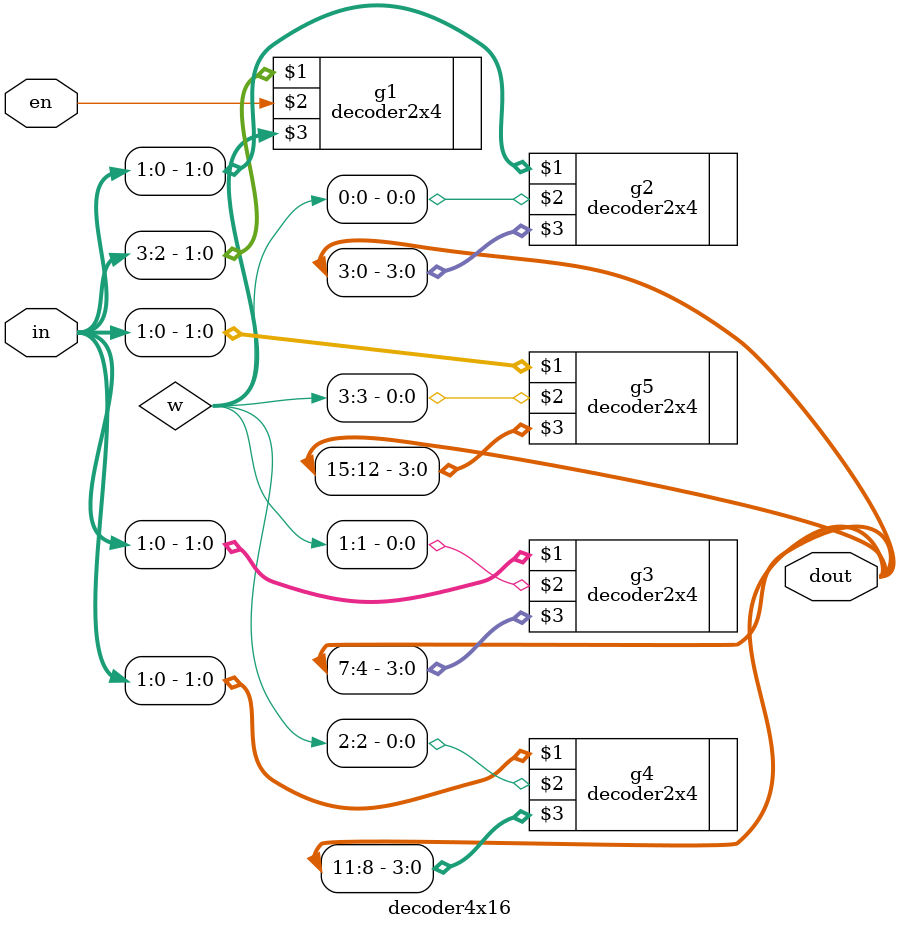
<source format=v>
/*--  *******************************************************
--  Computer Architecture Course, Laboratory Sources 
--  Amirkabir University of Technology (Tehran Polytechnic)
--  Department of Computer Engineering (CE-AUT)
--  https://ce[dot]aut[dot]ac[dot]ir
--  *******************************************************
--  All Rights reserved (C) 2019-2020
--  *******************************************************
--  Student ID  : 9831068
--  Student Name: Farshid Nooshi
--  Student Mail: farshidnooshi726@aut.ac.ir
--  *******************************************************
--  Additional Comments:
--
--*/

/*-----------------------------------------------------------
---  Module Name: Decoder 4 to 16 Testbench
---  Description: Lab 05 Part 2
-----------------------------------------------------------*/
`timescale 1ns / 1ps
module decoder4x16(

	input [3:0] in ,
	input en ,
	output [15:0] dout

    );
	 
	/* write your code here */
	
	wire [3:0] w;
	
	decoder2x4 
			g1(in[3:2],en,w),
			g2(in[1:0],w[0],dout[3:0]),
			g3(in[1:0],w[1],dout[7:4]),
			g4(in[1:0],w[2],dout[11:8]),
			g5(in[1:0],w[3],dout[15:12]);
	
	/* write your code here */

endmodule

</source>
